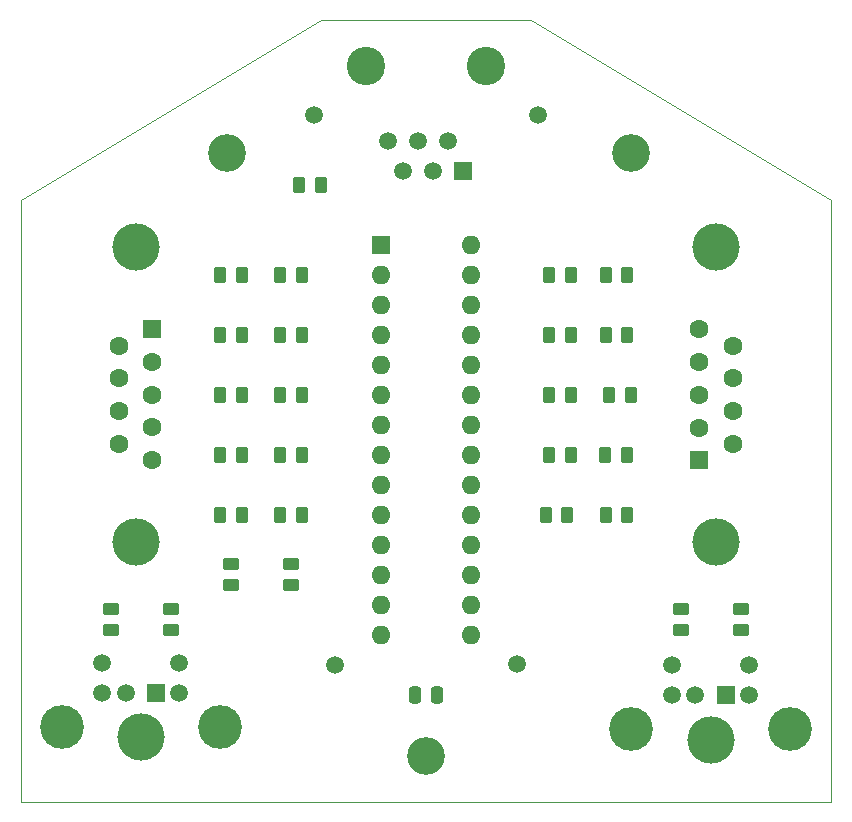
<source format=gbr>
%TF.GenerationSoftware,KiCad,Pcbnew,(6.0.4)*%
%TF.CreationDate,2022-06-08T19:20:38+01:00*%
%TF.ProjectId,Eiffel - Rev B,45696666-656c-4202-9d20-52657620422e,rev?*%
%TF.SameCoordinates,Original*%
%TF.FileFunction,Soldermask,Bot*%
%TF.FilePolarity,Negative*%
%FSLAX46Y46*%
G04 Gerber Fmt 4.6, Leading zero omitted, Abs format (unit mm)*
G04 Created by KiCad (PCBNEW (6.0.4)) date 2022-06-08 19:20:38*
%MOMM*%
%LPD*%
G01*
G04 APERTURE LIST*
G04 Aperture macros list*
%AMRoundRect*
0 Rectangle with rounded corners*
0 $1 Rounding radius*
0 $2 $3 $4 $5 $6 $7 $8 $9 X,Y pos of 4 corners*
0 Add a 4 corners polygon primitive as box body*
4,1,4,$2,$3,$4,$5,$6,$7,$8,$9,$2,$3,0*
0 Add four circle primitives for the rounded corners*
1,1,$1+$1,$2,$3*
1,1,$1+$1,$4,$5*
1,1,$1+$1,$6,$7*
1,1,$1+$1,$8,$9*
0 Add four rect primitives between the rounded corners*
20,1,$1+$1,$2,$3,$4,$5,0*
20,1,$1+$1,$4,$5,$6,$7,0*
20,1,$1+$1,$6,$7,$8,$9,0*
20,1,$1+$1,$8,$9,$2,$3,0*%
G04 Aperture macros list end*
%TA.AperFunction,Profile*%
%ADD10C,0.100000*%
%TD*%
%ADD11R,1.600000X1.600000*%
%ADD12O,1.600000X1.600000*%
%ADD13C,3.250000*%
%ADD14R,1.520000X1.520000*%
%ADD15C,1.520000*%
%ADD16R,1.500000X1.500000*%
%ADD17C,1.500000*%
%ADD18C,3.700000*%
%ADD19C,4.000000*%
%ADD20C,3.200000*%
%ADD21C,1.600000*%
%ADD22RoundRect,0.250000X0.262500X0.450000X-0.262500X0.450000X-0.262500X-0.450000X0.262500X-0.450000X0*%
%ADD23RoundRect,0.250000X-0.262500X-0.450000X0.262500X-0.450000X0.262500X0.450000X-0.262500X0.450000X0*%
%ADD24RoundRect,0.250000X-0.450000X0.262500X-0.450000X-0.262500X0.450000X-0.262500X0.450000X0.262500X0*%
%ADD25RoundRect,0.250000X0.450000X-0.262500X0.450000X0.262500X-0.450000X0.262500X-0.450000X-0.262500X0*%
%ADD26RoundRect,0.250000X-0.250000X-0.475000X0.250000X-0.475000X0.250000X0.475000X-0.250000X0.475000X0*%
G04 APERTURE END LIST*
D10*
X71120000Y-85090000D02*
X96520000Y-69850000D01*
X139700000Y-136070000D02*
X139700000Y-85090000D01*
X71120000Y-85090000D02*
X71120000Y-136070000D01*
X71120000Y-136070000D02*
X138430000Y-136070000D01*
X114300000Y-69850000D02*
X139700000Y-85090000D01*
X138430000Y-136070000D02*
X139700000Y-136070000D01*
X96520000Y-69850000D02*
X114300000Y-69850000D01*
D11*
%TO.C,U1*%
X101610000Y-88885000D03*
D12*
X101610000Y-91425000D03*
X101610000Y-93965000D03*
X101610000Y-96505000D03*
X101610000Y-99045000D03*
X101610000Y-101585000D03*
X101610000Y-104125000D03*
X101610000Y-106665000D03*
X101610000Y-109205000D03*
X101610000Y-111745000D03*
X101610000Y-114285000D03*
X101610000Y-116825000D03*
X101610000Y-119365000D03*
X101610000Y-121905000D03*
X109230000Y-121905000D03*
X109230000Y-119365000D03*
X109230000Y-116825000D03*
X109230000Y-114285000D03*
X109230000Y-111745000D03*
X109230000Y-109205000D03*
X109230000Y-106665000D03*
X109230000Y-104125000D03*
X109230000Y-101585000D03*
X109230000Y-99045000D03*
X109230000Y-96505000D03*
X109230000Y-93965000D03*
X109230000Y-91425000D03*
X109230000Y-88885000D03*
%TD*%
D13*
%TO.C,ATARI MEGA/TT*%
X110490000Y-73810000D03*
X100330000Y-73810000D03*
D14*
X108580000Y-82700000D03*
D15*
X107310000Y-80160000D03*
X106040000Y-82700000D03*
X104770000Y-80160000D03*
X103500000Y-82700000D03*
X102230000Y-80160000D03*
%TD*%
D16*
%TO.C,MSE*%
X82580000Y-126820000D03*
D17*
X79980000Y-126820000D03*
X84530000Y-126820000D03*
X78030000Y-126820000D03*
X84530000Y-124320000D03*
X78030000Y-124320000D03*
D18*
X87980000Y-129720000D03*
D19*
X81280000Y-130620000D03*
D18*
X74580000Y-129720000D03*
%TD*%
D20*
%TO.C,REF\u002A\u002A*%
X105384600Y-132232400D03*
%TD*%
%TO.C,REF\u002A\u002A*%
X122758200Y-81102200D03*
%TD*%
D19*
%TO.C,Joystick*%
X80840300Y-89090000D03*
X80840300Y-114090000D03*
D11*
X82260300Y-96050000D03*
D21*
X82260300Y-98820000D03*
X82260300Y-101590000D03*
X82260300Y-104360000D03*
X82260300Y-107130000D03*
X79420300Y-97435000D03*
X79420300Y-100205000D03*
X79420300Y-102975000D03*
X79420300Y-105745000D03*
%TD*%
D16*
%TO.C,KEY*%
X130810000Y-127000000D03*
D17*
X128210000Y-127000000D03*
X132760000Y-127000000D03*
X126260000Y-127000000D03*
X132760000Y-124500000D03*
X126260000Y-124500000D03*
D18*
X136210000Y-129900000D03*
D19*
X129510000Y-130800000D03*
D18*
X122810000Y-129900000D03*
%TD*%
D20*
%TO.C,REF\u002A\u002A*%
X88569800Y-81102200D03*
%TD*%
D19*
%TO.C,Joystick*%
X129979700Y-89110000D03*
X129979700Y-114110000D03*
D11*
X128559700Y-107150000D03*
D21*
X128559700Y-104380000D03*
X128559700Y-101610000D03*
X128559700Y-98840000D03*
X128559700Y-96070000D03*
X131399700Y-105765000D03*
X131399700Y-102995000D03*
X131399700Y-100225000D03*
X131399700Y-97455000D03*
%TD*%
D22*
%TO.C,R9*%
X117684700Y-91440000D03*
X115859700Y-91440000D03*
%TD*%
D23*
%TO.C,R17*%
X87987500Y-91440000D03*
X89812500Y-91440000D03*
%TD*%
D22*
%TO.C,R13*%
X117395000Y-111760000D03*
X115570000Y-111760000D03*
%TD*%
%TO.C,R20*%
X94892500Y-101600000D03*
X93067500Y-101600000D03*
%TD*%
D23*
%TO.C,R4*%
X120582200Y-106680000D03*
X122407200Y-106680000D03*
%TD*%
%TO.C,R3*%
X94695000Y-83820000D03*
X96520000Y-83820000D03*
%TD*%
%TO.C,R25*%
X87987500Y-111760000D03*
X89812500Y-111760000D03*
%TD*%
D22*
%TO.C,R18*%
X94892500Y-96520000D03*
X93067500Y-96520000D03*
%TD*%
D24*
%TO.C,R14*%
X93980000Y-115927500D03*
X93980000Y-117752500D03*
%TD*%
D17*
%TO.C,REF\u002A\u002A*%
X114900000Y-77900000D03*
%TD*%
D23*
%TO.C,R23*%
X87987500Y-106680000D03*
X89812500Y-106680000D03*
%TD*%
D25*
%TO.C,R27*%
X132080000Y-121562500D03*
X132080000Y-119737500D03*
%TD*%
D23*
%TO.C,R7*%
X120650000Y-96520000D03*
X122475000Y-96520000D03*
%TD*%
D25*
%TO.C,R26*%
X127000000Y-121562500D03*
X127000000Y-119737500D03*
%TD*%
D23*
%TO.C,R21*%
X87987500Y-101600000D03*
X89812500Y-101600000D03*
%TD*%
D17*
%TO.C,REF\u002A\u002A*%
X97750000Y-124450000D03*
X97750000Y-124450000D03*
%TD*%
D25*
%TO.C,R29*%
X78740000Y-121562500D03*
X78740000Y-119737500D03*
%TD*%
%TO.C,R28*%
X83820000Y-121562500D03*
X83820000Y-119737500D03*
%TD*%
D23*
%TO.C,R12*%
X115859700Y-101600000D03*
X117684700Y-101600000D03*
%TD*%
%TO.C,R10*%
X115859700Y-96520000D03*
X117684700Y-96520000D03*
%TD*%
D25*
%TO.C,R15*%
X88900000Y-117752500D03*
X88900000Y-115927500D03*
%TD*%
D23*
%TO.C,R8*%
X120650000Y-91440000D03*
X122475000Y-91440000D03*
%TD*%
D22*
%TO.C,R24*%
X94892500Y-111760000D03*
X93067500Y-111760000D03*
%TD*%
D23*
%TO.C,R11*%
X115859700Y-106680000D03*
X117684700Y-106680000D03*
%TD*%
D22*
%TO.C,R22*%
X94892500Y-106680000D03*
X93067500Y-106680000D03*
%TD*%
%TO.C,R6*%
X122475000Y-111760000D03*
X120650000Y-111760000D03*
%TD*%
D23*
%TO.C,R5*%
X120939700Y-101600000D03*
X122764700Y-101600000D03*
%TD*%
%TO.C,R19*%
X87987500Y-96520000D03*
X89812500Y-96520000D03*
%TD*%
D17*
%TO.C,REF\u002A\u002A*%
X113100000Y-124400000D03*
X113100000Y-124400000D03*
%TD*%
%TO.C,REF\u002A\u002A*%
X95968239Y-77883119D03*
X95968239Y-77883119D03*
%TD*%
D26*
%TO.C,C3*%
X104460000Y-127000000D03*
X106360000Y-127000000D03*
%TD*%
D22*
%TO.C,R16*%
X94892500Y-91440000D03*
X93067500Y-91440000D03*
%TD*%
M02*

</source>
